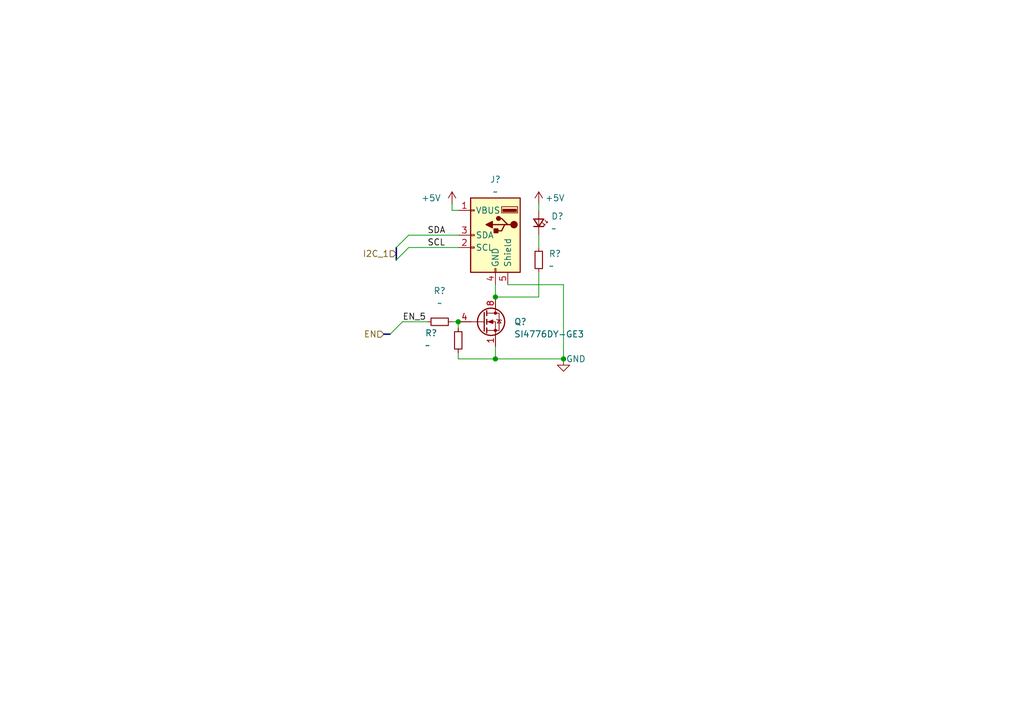
<source format=kicad_sch>
(kicad_sch (version 20211123) (generator eeschema)
  (paper "A5")
  (title_block (date "2022-12-27") (rev "0.1") (company "ncAudio"))
  (lib_symbols
    (symbol "Device:LED_Small" (pin_numbers hide) (pin_names (offset 0.254) hide)
      (property "Reference" "D" (at -1.27 3.175 0))
      (property "Value" "LED_Small" (at -4.445 -2.54 0))
      (symbol "LED_Small_0_1"
        (polyline (pts (xy -0.762 -1.016) (xy -0.762 1.016)) (stroke (width 0.254)))
        (polyline (pts (xy 1.016 0) (xy -0.762 0)))
        (polyline (pts (xy 0.762 -1.016) (xy -0.762 0) (xy 0.762 1.016) (xy 0.762 -1.016)) (stroke (width 0.254)))
        (polyline (pts (xy 0 0.762) (xy -0.508 1.27) (xy -0.254 1.27) (xy -0.508 1.27) (xy -0.508 1.016)))
        (polyline (pts (xy 0.508 1.27) (xy 0 1.778) (xy 0.254 1.778) (xy 0 1.778) (xy 0 1.524)))
      )
      (symbol "LED_Small_1_1"
        (pin passive line (at -2.54 0 0) (length 1.778) (name "K") (number "1"))
        (pin passive line (at 2.54 0 180) (length 1.778) (name "A") (number "2"))
      )
    )
    (symbol "Device:R_Small" (pin_numbers hide) (pin_names (offset 0.254) hide)
      (property "Reference" "R" (at 0.762 0.508 0))
      (property "Value" "R_Small" (at 0.762 -1.016 0))
      (symbol "R_Small_0_1"
        (rectangle (start -0.762 1.778) (end 0.762 -1.778) (stroke (width 0.2032)))
      )
      (symbol "R_Small_1_1"
        (pin passive line (at 0 2.54 270) (length 0.762) (name "~") (number "1"))
        (pin passive line (at 0 -2.54 90) (length 0.762) (name "~") (number "2"))
      )
    )
    (symbol "Transistor_FET:Si4162DY" (pin_names hide)
      (property "Reference" "Q" (at 5.08 2.54 0))
      (property "Value" "Si4162DY" (at 5.08 0 0))
      (symbol "Si4162DY_0_1"
        (polyline (pts (xy 0.254 0) (xy -2.54 0)))
        (polyline (pts (xy 0.254 1.905) (xy 0.254 -1.905)) (stroke (width 0.254)))
        (polyline (pts (xy 0.762 -1.27) (xy 0.762 -2.286)) (stroke (width 0.254)))
        (polyline (pts (xy 0.762 0.508) (xy 0.762 -0.508)) (stroke (width 0.254)))
        (polyline (pts (xy 0.762 2.286) (xy 0.762 1.27)) (stroke (width 0.254)))
        (polyline (pts (xy 2.54 2.54) (xy 2.54 1.778)))
        (polyline (pts (xy 2.54 -2.54) (xy 2.54 0) (xy 0.762 0)))
        (polyline (pts (xy 0.762 -1.778) (xy 3.302 -1.778) (xy 3.302 1.778) (xy 0.762 1.778)))
        (polyline (pts (xy 1.016 0) (xy 2.032 0.381) (xy 2.032 -0.381) (xy 1.016 0)) (fill (type outline)))
        (polyline (pts (xy 2.794 0.508) (xy 2.921 0.381) (xy 3.683 0.381) (xy 3.81 0.254)))
        (polyline (pts (xy 3.302 0.381) (xy 2.921 -0.254) (xy 3.683 -0.254) (xy 3.302 0.381)))
        (circle (center 1.651 0) (radius 2.794) (stroke (width 0.254)))
        (circle (center 2.54 -1.778) (radius 0.254) (fill (type outline)))
        (circle (center 2.54 1.778) (radius 0.254) (fill (type outline)))
      )
      (symbol "Si4162DY_1_1"
        (pin passive line (at 2.54 -5.08 90) (length 2.54) (name "S") (number "1"))
        (pin passive line (at 2.54 -5.08 90) (length 2.54) hide (name "S") (number "2"))
        (pin passive line (at 2.54 -5.08 90) (length 2.54) hide (name "S") (number "3"))
        (pin input line (at -5.08 0 0) (length 2.54) (name "G") (number "4"))
        (pin passive line (at 2.54 5.08 270) (length 2.54) hide (name "D") (number "5"))
        (pin passive line (at 2.54 5.08 270) (length 2.54) hide (name "D") (number "6"))
        (pin passive line (at 2.54 5.08 270) (length 2.54) hide (name "D") (number "7"))
        (pin passive line (at 2.54 5.08 270) (length 2.54) (name "D") (number "8"))
      )
    )
    (symbol "USB_A_1" (pin_names (offset 1.016))
      (property "Reference" "J?" (at -8.89 6.35 0))
      (property "Value" "USB_A_1" (at -8.89 3.81 0))
      (symbol "USB_A_1_0_1"
        (rectangle (start -5.08 -7.62) (end 5.08 7.62) (stroke (width 0.254)) (fill (type background)))
        (circle (center -3.81 2.159) (radius 0.635) (stroke (width 0.254)) (fill (type outline)))
        (rectangle (start -1.524 4.826) (end -4.318 5.334) (fill (type outline)))
        (rectangle (start -1.27 4.572) (end -4.572 5.842))
        (circle (center -0.635 3.429) (radius 0.381) (stroke (width 0.254)) (fill (type outline)))
        (rectangle (start -0.127 -7.62) (end 0.127 -6.858))
        (polyline (pts (xy -3.175 2.159) (xy -2.54 2.159) (xy -1.27 3.429) (xy -0.635 3.429)) (stroke (width 0.254)))
        (polyline (pts (xy -2.54 2.159) (xy -1.905 2.159) (xy -1.27 0.889) (xy 0 0.889)) (stroke (width 0.254)))
        (polyline (pts (xy 0.635 2.794) (xy 0.635 1.524) (xy 1.905 2.159) (xy 0.635 2.794)) (stroke (width 0.254)) (fill (type outline)))
        (rectangle (start 0.254 1.27) (end -0.508 0.508) (stroke (width 0.254)) (fill (type outline)))
        (rectangle (start 5.08 -2.667) (end 4.318 -2.413))
        (rectangle (start 5.08 -0.127) (end 4.318 0.127))
        (rectangle (start 5.08 4.953) (end 4.318 5.207))
      )
      (symbol "USB_A_1_1_1"
        (polyline (pts (xy -1.905 2.159) (xy 0.635 2.159)) (stroke (width 0.254)))
        (pin power_in line (at 7.62 5.08 180) (length 2.54) (name "VBUS") (number "1"))
        (pin bidirectional line (at 7.62 -2.54 180) (length 2.54) (name "SCL") (number "2"))
        (pin bidirectional line (at 7.62 0 180) (length 2.54) (name "SDA") (number "3"))
        (pin power_in line (at 0 -10.16 90) (length 2.54) (name "GND") (number "4"))
        (pin passive line (at -2.54 -10.16 90) (length 2.54) (name "Shield") (number "5"))
      )
    )
    (symbol "power:+5V" (power) (pin_names (offset 0))
      (property "Value" "+5V" (at 0 3.556 0))
      (symbol "+5V_0_1"
        (polyline (pts (xy -0.762 1.27) (xy 0 2.54)))
        (polyline (pts (xy 0 0) (xy 0 2.54)))
        (polyline (pts (xy 0 2.54) (xy 0.762 1.27)))
      )
      (symbol "+5V_1_1"
        (pin power_in line (at 0 0 90) (length 0) hide (name "+5V") (number "1"))
      )
    )
    (symbol "power:GND" (power) (pin_names (offset 0))
      (property "Value" "GND" (at 0 -3.81 0))
      (symbol "GND_0_1"
        (polyline (pts (xy 0 0) (xy 0 -1.27) (xy 1.27 -1.27) (xy 0 -2.54) (xy -1.27 -1.27) (xy 0 -1.27)))
      )
      (symbol "GND_1_1"
        (pin power_in line (at 0 0 270) (length 0) hide (name "GND") (number "1"))
      )
    )
  )
  (junction (at 101.6 60.96))
  (junction (at 93.98 66.04))
  (junction (at 115.57 73.66))
  (junction (at 101.6 73.66))
  (bus_entry (at 83.82 48.26) (size -2.54 2.54))
  (bus_entry (at 83.82 50.8) (size -2.54 2.54))
  (bus_entry (at 82.55 66.04) (size -2.54 2.54))
  (wire (pts (xy 110.49 41.91) (xy 110.49 43.18)))
  (wire (pts (xy 110.49 55.88) (xy 110.49 60.96)))
  (wire (pts (xy 101.6 73.66) (xy 115.57 73.66)))
  (wire (pts (xy 92.71 66.04) (xy 93.98 66.04)))
  (wire (pts (xy 83.82 48.26) (xy 93.98 48.26)))
  (wire (pts (xy 115.57 58.42) (xy 104.14 58.42)))
  (wire (pts (xy 115.57 73.66) (xy 115.57 58.42)))
  (wire (pts (xy 93.98 72.39) (xy 93.98 73.66)))
  (wire (pts (xy 92.71 41.91) (xy 92.71 43.18)))
  (wire (pts (xy 83.82 50.8) (xy 93.98 50.8)))
  (wire (pts (xy 101.6 58.42) (xy 101.6 60.96)))
  (wire (pts (xy 92.71 43.18) (xy 93.98 43.18)))
  (wire (pts (xy 93.98 66.04) (xy 93.98 67.31)))
  (bus (pts (xy 78.74 68.58) (xy 80.01 68.58)))
  (wire (pts (xy 82.55 66.04) (xy 87.63 66.04)))
  (wire (pts (xy 101.6 73.66) (xy 101.6 71.12)))
  (wire (pts (xy 93.98 73.66) (xy 101.6 73.66)))
  (wire (pts (xy 110.49 60.96) (xy 101.6 60.96)))
  (bus (pts (xy 81.28 50.8) (xy 81.28 53.34)))
  (wire (pts (xy 110.49 48.26) (xy 110.49 50.8)))
  (label "SDA" (at 87.63 48.26 0))
  (label "EN_5" (at 82.55 66.04 0))
  (label "SCL" (at 87.6284 50.8 0))
  (hierarchical_label "I2C_1" (shape input) (at 81.28 52.07 180))
  (hierarchical_label "EN" (shape input) (at 78.74 68.58 180))
  (symbol (lib_id "power:+5V") (at 110.49 41.91 0) (unit 1)
    (property "Reference" "#PWR?" (effects hide))
    (property "Value" "~" (at 111.76 40.64 0) (effects (justify left)))
  )
  (symbol (lib_id "Transistor_FET:Si4162DY") (at 99.06 66.04 0) (unit 1)
    (property "Reference" "Q?" (at 105.41 66.04 0) (effects (justify left)))
    (property "Value" "SI4776DY-GE3" (at 105.41 68.58 0) (effects (justify left)))
    (property "Datasheet" "http://www.vishay.com/docs/68967/si4162dy.pdf" (effects hide))
  )
  (symbol (lib_id "power:GND") (at 115.57 73.66 0) (unit 1)
    (property "Reference" "#PWR?" (effects hide))
    (property "Value" "~" (at 118.11 73.66 0))
  )
  (symbol (lib_name "USB_A_1") (lib_id "Connector:USB_A") (at 101.6 48.26 0) (mirror y) (unit 1)
    (property "Reference" "J?" (at 101.6 36.83 0))
    (property "Value" "~" (at 101.6 39.37 0))
    (property "Datasheet" " ~" (effects hide))
  )
  (symbol (lib_id "Device:R_Small") (at 110.49 53.34 180) (unit 1)
    (property "Reference" "R?" (at 112.5301 52.0699 0) (effects (justify right)))
    (property "Value" "~" (at 112.5301 54.6099 0) (effects (justify right)))
  )
  (symbol (lib_id "Device:R_Small") (at 90.17 66.04 90) (unit 1)
    (property "Reference" "R?" (at 90.17 59.69 90))
    (property "Value" "~" (at 90.17 62.23 90))
  )
  (symbol (lib_id "Device:R_Small") (at 93.98 69.85 0) (unit 1)
    (property "Reference" "R?" (at 87.1354 68.3555 0) (effects (justify left)))
    (property "Value" "~" (at 87.1354 70.8955 0) (effects (justify left)))
  )
  (symbol (lib_id "Device:LED_Small") (at 110.49 45.72 270) (mirror x) (unit 1)
    (property "Reference" "D?" (at 113.03 44.3864 90) (effects (justify left)))
    (property "Value" "~" (at 113.03 46.9264 90) (effects (justify left)))
  )
  (symbol (lib_id "power:+5V") (at 92.71 41.91 0) (unit 1)
    (property "Reference" "#PWR?" (effects hide))
    (property "Value" "~" (at 86.36 40.64 0) (effects (justify left)))
  )
)
</source>
